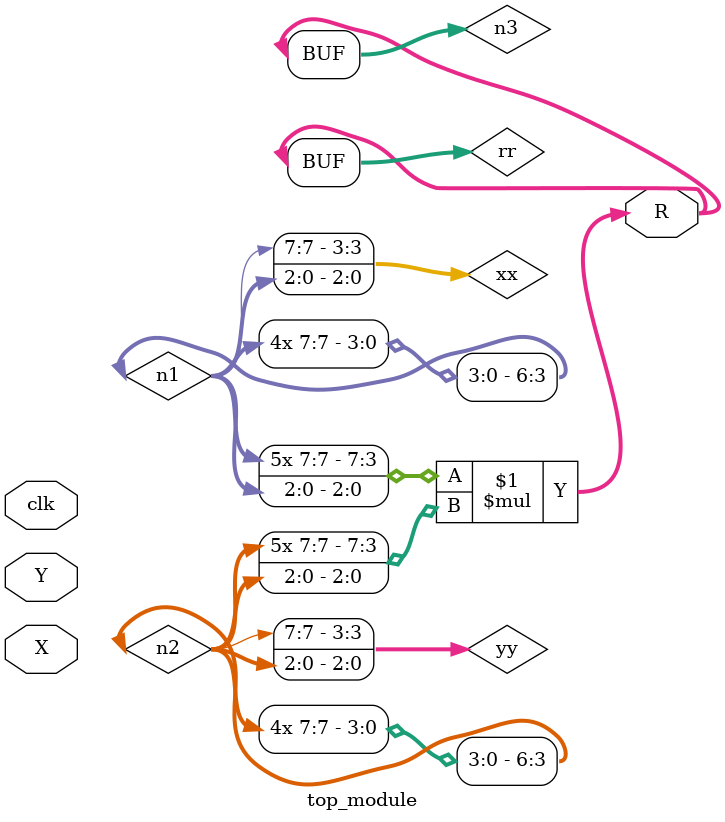
<source format=v>
module top_module
  (input  clk,
   input  [3:0] X,
   input  [3:0] Y,
   output [7:0] R);
  wire [3:0] xx;
  wire [3:0] yy;
  wire [7:0] rr;
  wire [7:0] n1;
  wire [7:0] n2;
  wire [7:0] n3;
  assign R = rr; //(module output)
  /* mult4.vhdl:40:8  */
  assign rr = n3; // (signal)
  /* mult4.vhdl:47:12  */
  assign n1 = {{4{xx[3]}}, xx}; // sext
  /* mult4.vhdl:47:12  */
  assign n2 = {{4{yy[3]}}, yy}; // sext
  /* mult4.vhdl:47:12  */
  assign n3 = $signed(n1) * $signed(n2); // smul
endmodule


</source>
